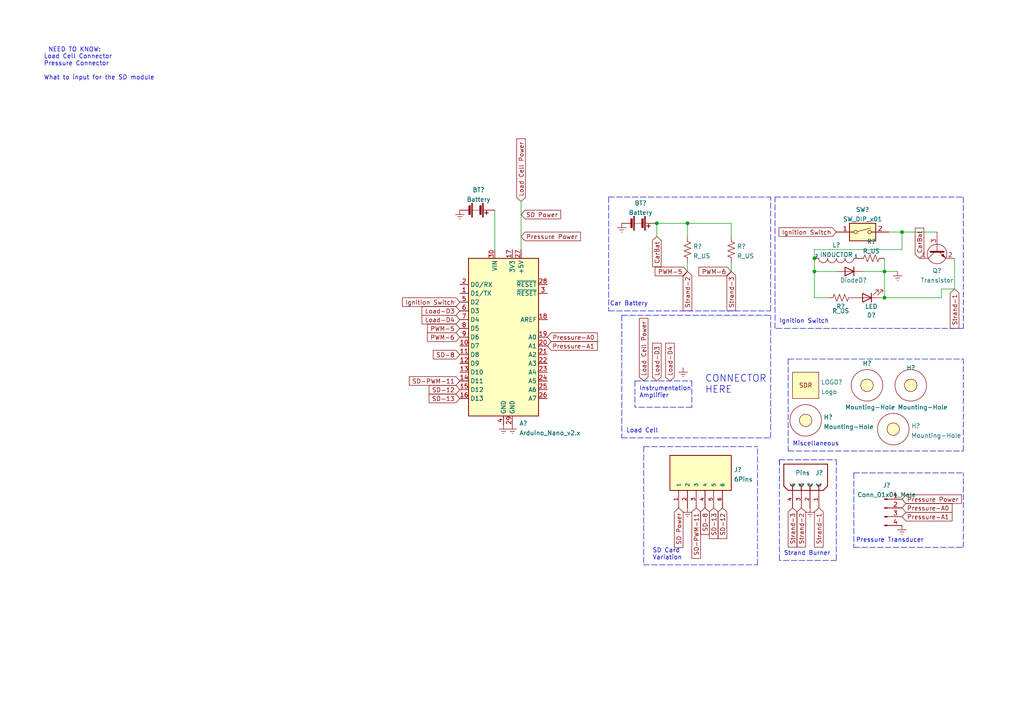
<source format=kicad_sch>
(kicad_sch (version 20211123) (generator eeschema)
  (paper "A4")
  (title_block (title "S0001-Burner-Strand-DAQ") (rev "1.0") (company "Sun Devil Rocketry"))
  (lib_symbols
    (symbol "S0001-Strand-Burner-DAQ:6Pins" (pin_names (offset 1.016))
      (property "Reference" "J" (at -5.588 10.16 0))
      (property "Value" "6Pins" (at -5.08 -10.16 0))
      (symbol "6Pins_0_0"
        (rectangle (start -5.08 -7.62) (end 5.08 10.16) (stroke (width 0.254)) (fill (type background)))
        (pin passive line (at -10.16 7.62 0) (length 5.08) (name "1") (number "1"))
        (pin passive line (at -10.16 5.08 0) (length 5.08) (name "2") (number "2"))
        (pin passive line (at -10.16 2.54 0) (length 5.08) (name "3") (number "3"))
        (pin passive line (at -10.16 0 0) (length 5.08) (name "4") (number "4"))
        (pin passive line (at -10.16 -2.54 0) (length 5.08) (name "5") (number "5"))
        (pin passive line (at -10.16 -5.08 0) (length 5.08) (name "6") (number "6"))
      )
    )
    (symbol "S0001-Strand-Burner-DAQ:Arduino_Nano_v2.x"
      (property "Reference" "A" (at -10.16 23.495 0))
      (property "Value" "Arduino_Nano_v2.x" (at 5.08 -24.13 0))
      (symbol "Arduino_Nano_v2.x_0_1"
        (rectangle (start -10.16 22.86) (end 10.16 -22.86) (stroke (width 0.254)) (fill (type background)))
      )
      (symbol "Arduino_Nano_v2.x_1_1"
        (pin bidirectional line (at -12.7 12.7 0) (length 2.54) (name "D1/TX") (number "1"))
        (pin bidirectional line (at -12.7 -2.54 0) (length 2.54) (name "D7") (number "10"))
        (pin bidirectional line (at -12.7 -5.08 0) (length 2.54) (name "D8") (number "11"))
        (pin bidirectional line (at -12.7 -7.62 0) (length 2.54) (name "D9") (number "12"))
        (pin bidirectional line (at -12.7 -10.16 0) (length 2.54) (name "D10") (number "13"))
        (pin bidirectional line (at -12.7 -12.7 0) (length 2.54) (name "D11") (number "14"))
        (pin bidirectional line (at -12.7 -15.24 0) (length 2.54) (name "D12") (number "15"))
        (pin bidirectional line (at -12.7 -17.78 0) (length 2.54) (name "D13") (number "16"))
        (pin power_out line (at 2.54 25.4 270) (length 2.54) (name "3V3") (number "17"))
        (pin input line (at 12.7 5.08 180) (length 2.54) (name "AREF") (number "18"))
        (pin bidirectional line (at 12.7 0 180) (length 2.54) (name "A0") (number "19"))
        (pin bidirectional line (at -12.7 15.24 0) (length 2.54) (name "D0/RX") (number "2"))
        (pin bidirectional line (at 12.7 -2.54 180) (length 2.54) (name "A1") (number "20"))
        (pin bidirectional line (at 12.7 -5.08 180) (length 2.54) (name "A2") (number "21"))
        (pin bidirectional line (at 12.7 -7.62 180) (length 2.54) (name "A3") (number "22"))
        (pin bidirectional line (at 12.7 -10.16 180) (length 2.54) (name "A4") (number "23"))
        (pin bidirectional line (at 12.7 -12.7 180) (length 2.54) (name "A5") (number "24"))
        (pin bidirectional line (at 12.7 -15.24 180) (length 2.54) (name "A6") (number "25"))
        (pin bidirectional line (at 12.7 -17.78 180) (length 2.54) (name "A7") (number "26"))
        (pin power_out line (at 5.08 25.4 270) (length 2.54) (name "+5V") (number "27"))
        (pin input line (at 12.7 15.24 180) (length 2.54) (name "~{RESET}") (number "28"))
        (pin power_in line (at 2.54 -25.4 90) (length 2.54) (name "GND") (number "29"))
        (pin input line (at 12.7 12.7 180) (length 2.54) (name "~{RESET}") (number "3"))
        (pin power_in line (at -2.54 25.4 270) (length 2.54) (name "VIN") (number "30"))
        (pin power_in line (at 0 -25.4 90) (length 2.54) (name "GND") (number "4"))
        (pin bidirectional line (at -12.7 10.16 0) (length 2.54) (name "D2") (number "5"))
        (pin bidirectional line (at -12.7 7.62 0) (length 2.54) (name "D3") (number "6"))
        (pin bidirectional line (at -12.7 5.08 0) (length 2.54) (name "D4") (number "7"))
        (pin bidirectional line (at -12.7 2.54 0) (length 2.54) (name "D5") (number "8"))
        (pin bidirectional line (at -12.7 0 0) (length 2.54) (name "D6") (number "9"))
      )
    )
    (symbol "S0001-Strand-Burner-DAQ:Battery" (pin_numbers hide) (pin_names (offset 0) hide)
      (property "Reference" "BT" (at 2.54 2.54 0))
      (property "Value" "Battery" (at 2.54 0 0))
      (symbol "Battery_0_1"
        (rectangle (start -2.032 -1.397) (end 2.032 -1.651) (fill (type outline)))
        (rectangle (start -2.032 1.778) (end 2.032 1.524) (fill (type outline)))
        (rectangle (start -1.3208 -1.9812) (end 1.27 -2.4892) (fill (type outline)))
        (rectangle (start -1.3208 1.1938) (end 1.27 0.6858) (fill (type outline)))
        (polyline (pts (xy 0 -1.524) (xy 0 -1.27)))
        (polyline (pts (xy 0 -1.016) (xy 0 -0.762)))
        (polyline (pts (xy 0 -0.508) (xy 0 -0.254)))
        (polyline (pts (xy 0 0) (xy 0 0.254)))
        (polyline (pts (xy 0 0.508) (xy 0 0.762)))
        (polyline (pts (xy 0 1.778) (xy 0 2.54)))
        (polyline (pts (xy 0.254 2.667) (xy 1.27 2.667)) (stroke (width 0.254)))
        (polyline (pts (xy 0.762 3.175) (xy 0.762 2.159)) (stroke (width 0.254)))
      )
      (symbol "Battery_1_1"
        (pin passive line (at 0 5.08 270) (length 2.54) (name "+") (number "1"))
        (pin passive line (at 0 -5.08 90) (length 2.54) (name "-") (number "2"))
      )
    )
    (symbol "S0001-Strand-Burner-DAQ:Conn_01x04_Male" (pin_names (offset 1.016) hide)
      (property "Reference" "J" (at 0 5.08 0))
      (property "Value" "Conn_01x04_Male" (at 0 -7.62 0))
      (symbol "Conn_01x04_Male_1_1"
        (polyline (pts (xy 1.27 -5.08) (xy 0.8636 -5.08)) (stroke (width 0.1524)))
        (polyline (pts (xy 1.27 -2.54) (xy 0.8636 -2.54)) (stroke (width 0.1524)))
        (polyline (pts (xy 1.27 0) (xy 0.8636 0)) (stroke (width 0.1524)))
        (polyline (pts (xy 1.27 2.54) (xy 0.8636 2.54)) (stroke (width 0.1524)))
        (rectangle (start 0.8636 -4.953) (end 0 -5.207) (stroke (width 0.1524)) (fill (type outline)))
        (rectangle (start 0.8636 -2.413) (end 0 -2.667) (stroke (width 0.1524)) (fill (type outline)))
        (rectangle (start 0.8636 0.127) (end 0 -0.127) (stroke (width 0.1524)) (fill (type outline)))
        (rectangle (start 0.8636 2.667) (end 0 2.413) (stroke (width 0.1524)) (fill (type outline)))
        (pin passive line (at 5.08 2.54 180) (length 3.81) (name "Pin_1") (number "1"))
        (pin passive line (at 5.08 0 180) (length 3.81) (name "Pin_2") (number "2"))
        (pin passive line (at 5.08 -2.54 180) (length 3.81) (name "Pin_3") (number "3"))
        (pin passive line (at 5.08 -5.08 180) (length 3.81) (name "Pin_4") (number "4"))
      )
    )
    (symbol "S0001-Strand-Burner-DAQ:Diode" (pin_numbers hide) (pin_names (offset 1.016) hide)
      (property "Reference" "D" (at 0 2.54 0))
      (property "Value" "Diode" (at 0 -2.54 0))
      (symbol "Diode_0_1"
        (polyline (pts (xy -1.27 1.27) (xy -1.27 -1.27)) (stroke (width 0.254)))
        (polyline (pts (xy 1.27 0) (xy -1.27 0)))
        (polyline (pts (xy 1.27 1.27) (xy 1.27 -1.27) (xy -1.27 0) (xy 1.27 1.27)) (stroke (width 0.254)))
      )
      (symbol "Diode_1_1"
        (pin passive line (at -3.81 0 0) (length 2.54) (name "K") (number "1"))
        (pin passive line (at 3.81 0 180) (length 2.54) (name "A") (number "2"))
      )
    )
    (symbol "S0001-Strand-Burner-DAQ:Earth" (power) (pin_names (offset 0))
      (symbol "Earth_0_1"
        (polyline (pts (xy -0.635 -1.905) (xy 0.635 -1.905)))
        (polyline (pts (xy -0.127 -2.54) (xy 0.127 -2.54)))
        (polyline (pts (xy 0 -1.27) (xy 0 0)))
        (polyline (pts (xy 1.27 -1.27) (xy -1.27 -1.27)))
      )
      (symbol "Earth_1_1"
        (pin power_in line (at 0 0 270) (length 0) hide (name "Earth") (number "1"))
      )
    )
    (symbol "S0001-Strand-Burner-DAQ:INDUCTOR" (pin_numbers hide) (pin_names (offset 0))
      (property "Reference" "L" (at 0 2.54 0))
      (property "Value" "INDUCTOR" (at 0 -1.27 0))
      (symbol "INDUCTOR_0_1"
        (arc (start -2.54 0) (mid -3.81 1.27) (end -5.08 0))
        (arc (start 0 0) (mid -1.27 1.27) (end -2.54 0))
        (arc (start 2.54 0) (mid 1.27 1.27) (end 0 0))
        (arc (start 5.08 0) (mid 3.81 1.27) (end 2.54 0))
      )
      (symbol "INDUCTOR_1_1"
        (pin input line (at -6.35 0 0) (length 1.27) (name "1") (number "1"))
        (pin input line (at 6.35 0 180) (length 1.27) (name "2") (number "2"))
      )
    )
    (symbol "S0001-Strand-Burner-DAQ:LED" (pin_numbers hide) (pin_names (offset 1.016) hide)
      (property "Reference" "D" (at 0 2.54 0))
      (property "Value" "LED" (at 0 -2.54 0))
      (symbol "LED_0_1"
        (polyline (pts (xy -1.27 -1.27) (xy -1.27 1.27)) (stroke (width 0.254)))
        (polyline (pts (xy -1.27 0) (xy 1.27 0)))
        (polyline (pts (xy 1.27 -1.27) (xy 1.27 1.27) (xy -1.27 0) (xy 1.27 -1.27)) (stroke (width 0.254)))
        (polyline (pts (xy -3.048 -0.762) (xy -4.572 -2.286) (xy -3.81 -2.286) (xy -4.572 -2.286) (xy -4.572 -1.524)))
        (polyline (pts (xy -1.778 -0.762) (xy -3.302 -2.286) (xy -2.54 -2.286) (xy -3.302 -2.286) (xy -3.302 -1.524)))
      )
      (symbol "LED_1_1"
        (pin passive line (at -3.81 0 0) (length 2.54) (name "K") (number "1"))
        (pin passive line (at 3.81 0 180) (length 2.54) (name "A") (number "2"))
      )
    )
    (symbol "S0001-Strand-Burner-DAQ:Logo" (pin_names (offset 1.016))
      (property "Reference" "LOGO" (at 0 5.08 0))
      (property "Value" "Logo" (at 0 -5.08 0))
      (symbol "Logo_0_0"
        (text "SDR" (at 0 0 0) (effects (font (size 1.27 1.27))))
      )
      (symbol "Logo_0_1"
        (rectangle (start -3.81 3.81) (end 3.81 -3.81) (fill (type background)))
      )
    )
    (symbol "S0001-Strand-Burner-DAQ:Mounting-Hole" (pin_names (offset 1.016))
      (property "Reference" "H" (at 0 6.35 0))
      (property "Value" "Mounting-Hole" (at 0 -5.08 0))
      (symbol "Mounting-Hole_0_1"
        (circle (center 0 0) (radius 1.8034) (fill (type background)))
        (circle (center 0 0) (radius 4.572))
      )
    )
    (symbol "S0001-Strand-Burner-DAQ:Pins" (pin_names (offset 1.016))
      (property "Reference" "J" (at -7.62 6.35 0))
      (property "Value" "Pins" (at -7.62 -10.16 0))
      (symbol "Pins_0_0"
        (arc (start -1.905 -5.715) (mid -1.27 -5.08) (end -1.905 -4.445) (stroke (width 0.254)))
        (arc (start -1.905 -3.175) (mid -1.27 -2.54) (end -1.905 -1.905) (stroke (width 0.254)))
        (arc (start -1.905 -0.635) (mid -1.27 0) (end -1.905 0.635) (stroke (width 0.254)))
        (arc (start -1.905 1.905) (mid -1.27 2.54) (end -1.905 3.175) (stroke (width 0.254)))
        (polyline (pts (xy -7.62 -7.62) (xy -7.62 5.08)) (stroke (width 0.254)))
        (polyline (pts (xy -7.62 5.08) (xy -1.27 5.08)) (stroke (width 0.254)))
        (polyline (pts (xy -1.27 -7.62) (xy -7.62 -7.62)) (stroke (width 0.254)))
        (polyline (pts (xy 0 -6.35) (xy -1.27 -7.62)) (stroke (width 0.254)))
        (polyline (pts (xy 0 -5.08) (xy -1.27 -5.08)) (stroke (width 0.254)))
        (polyline (pts (xy 0 -2.54) (xy -1.27 -2.54)) (stroke (width 0.254)))
        (polyline (pts (xy 0 0) (xy -1.27 0)) (stroke (width 0.254)))
        (polyline (pts (xy 0 2.54) (xy -1.27 2.54)) (stroke (width 0.254)))
        (polyline (pts (xy 0 2.54) (xy 0 -6.35)) (stroke (width 0.254)))
        (polyline (pts (xy 0 3.81) (xy -1.27 5.08)) (stroke (width 0.254)))
        (polyline (pts (xy 0 3.81) (xy 0 2.54)) (stroke (width 0.254)))
        (pin passive line (at 5.08 2.54 180) (length 5.08) (name "1") (number "1"))
        (pin passive line (at 5.08 0 180) (length 5.08) (name "2") (number "2"))
        (pin passive line (at 5.08 -2.54 180) (length 5.08) (name "3") (number "3"))
        (pin passive line (at 5.08 -5.08 180) (length 5.08) (name "4") (number "4"))
      )
    )
    (symbol "S0001-Strand-Burner-DAQ:R_US" (pin_numbers hide) (pin_names (offset 0))
      (property "Reference" "R" (at 2.54 0 90))
      (property "Value" "R_US" (at -2.54 0 90))
      (symbol "R_US_0_1"
        (polyline (pts (xy 0 -2.286) (xy 0 -2.54)))
        (polyline (pts (xy 0 2.286) (xy 0 2.54)))
        (polyline (pts (xy 0 -0.762) (xy 1.016 -1.143) (xy 0 -1.524) (xy -1.016 -1.905) (xy 0 -2.286)))
        (polyline (pts (xy 0 0.762) (xy 1.016 0.381) (xy 0 0) (xy -1.016 -0.381) (xy 0 -0.762)))
        (polyline (pts (xy 0 2.286) (xy 1.016 1.905) (xy 0 1.524) (xy -1.016 1.143) (xy 0 0.762)))
      )
      (symbol "R_US_1_1"
        (pin passive line (at 0 3.81 270) (length 1.27) (name "~") (number "1"))
        (pin passive line (at 0 -3.81 90) (length 1.27) (name "~") (number "2"))
      )
    )
    (symbol "S0001-Strand-Burner-DAQ:SW_DIP_x01" (pin_names (offset 0) hide)
      (property "Reference" "SW" (at 0 3.81 0))
      (property "Value" "SW_DIP_x01" (at 0 -3.81 0))
      (symbol "SW_DIP_x01_0_0"
        (circle (center -2.032 0) (radius 0.508))
        (polyline (pts (xy -1.524 0.127) (xy 2.3622 1.1684)))
        (circle (center 2.032 0) (radius 0.508))
      )
      (symbol "SW_DIP_x01_0_1"
        (rectangle (start -3.81 2.54) (end 3.81 -2.54) (stroke (width 0.254)) (fill (type background)))
      )
      (symbol "SW_DIP_x01_1_1"
        (pin passive line (at -7.62 0 0) (length 5.08) (name "~") (number "1"))
        (pin passive line (at 7.62 0 180) (length 5.08) (name "~") (number "2"))
      )
    )
    (symbol "S0001-Strand-Burner-DAQ:Transistor" (pin_names (offset 0) hide)
      (property "Reference" "Q" (at 7.62 -3.175 0))
      (property "Value" "Transistor" (at 6.35 -6.35 0))
      (symbol "Transistor_0_0"
        (circle (center 1.27 0) (radius 2.8448))
      )
      (symbol "Transistor_0_1"
        (polyline (pts (xy 0 0) (xy 0.508 0)))
        (polyline (pts (xy 0.635 0.635) (xy 2.54 2.54)))
        (polyline (pts (xy 0.635 -0.635) (xy 2.54 -2.54) (xy 2.54 -2.54)))
        (polyline (pts (xy 0.635 1.905) (xy 0.635 -1.905) (xy 0.635 -1.905)) (stroke (width 0.508)))
        (polyline (pts (xy 1.778 1.27) (xy 1.27 1.778) (xy 2.286 2.286) (xy 1.778 1.27) (xy 1.778 1.27)) (fill (type outline)))
      )
      (symbol "Transistor_1_1"
        (pin passive line (at 2.54 -5.08 90) (length 2.54) (name "E") (number "1"))
        (pin passive line (at 2.54 5.08 270) (length 2.54) (name "C") (number "2"))
        (pin input line (at -5.08 0 0) (length 5.08) (name "B") (number "3"))
      )
    )
    (symbol "power:Earth" (power) (pin_names (offset 0))
      (symbol "Earth_0_1"
        (polyline (pts (xy -0.635 -1.905) (xy 0.635 -1.905)))
        (polyline (pts (xy -0.127 -2.54) (xy 0.127 -2.54)))
        (polyline (pts (xy 0 -1.27) (xy 0 0)))
        (polyline (pts (xy 1.27 -1.27) (xy -1.27 -1.27)))
      )
      (symbol "Earth_1_1"
        (pin power_in line (at 0 0 270) (length 0) hide (name "Earth") (number "1"))
      )
    )
  )
  (junction (at 256.54 78.74))
  (junction (at 261.62 67.31))
  (junction (at 190.5 64.77))
  (junction (at 236.22 78.74))
  (junction (at 236.22 74.93))
  (junction (at 256.54 86.36))
  (junction (at 199.39 64.77))
  (wire (pts (xy 256.54 78.74) (xy 260.35 78.74)))
  (wire (pts (xy 190.5 64.77) (xy 190.5 68.58)))
  (polyline (pts (xy 186.69 129.54) (xy 186.69 163.83)))
  (polyline (pts (xy 228.6 104.14) (xy 279.4 104.14)))
  (polyline (pts (xy 176.53 90.17) (xy 223.52 90.17)))
  (polyline (pts (xy 279.4 95.25) (xy 224.79 95.25)))
  (wire (pts (xy 256.54 78.74) (xy 256.54 86.36)))
  (polyline (pts (xy 186.69 129.54) (xy 219.71 129.54)))
  (wire (pts (xy 236.22 78.74) (xy 236.22 86.36)))
  (polyline (pts (xy 247.65 137.16) (xy 247.65 158.75)))
  (polyline (pts (xy 242.57 133.35) (xy 242.57 162.56)))
  (polyline (pts (xy 224.79 57.15) (xy 279.4 57.15)))
  (polyline (pts (xy 223.52 90.17) (xy 223.52 57.15)))
  (polyline (pts (xy 200.66 110.49) (xy 200.66 118.11)))
  (wire (pts (xy 212.09 64.77) (xy 212.09 68.58)))
  (polyline (pts (xy 180.34 91.44) (xy 223.52 91.44)))
  (wire (pts (xy 199.39 64.77) (xy 212.09 64.77)))
  (polyline (pts (xy 279.4 130.81) (xy 279.4 104.14)))
  (wire (pts (xy 256.54 86.36) (xy 273.05 86.36)))
  (polyline (pts (xy 279.4 158.75) (xy 279.4 137.16)))
  (wire (pts (xy 273.05 83.82) (xy 276.86 83.82)))
  (wire (pts (xy 276.86 83.82) (xy 276.86 74.93)))
  (wire (pts (xy 236.22 74.93) (xy 236.22 78.74)))
  (polyline (pts (xy 226.06 133.35) (xy 242.57 133.35)))
  (wire (pts (xy 256.54 86.36) (xy 255.27 86.36)))
  (wire (pts (xy 190.5 64.77) (xy 199.39 64.77)))
  (polyline (pts (xy 184.15 110.49) (xy 184.15 118.11)))
  (polyline (pts (xy 176.53 57.15) (xy 223.52 57.15)))
  (wire (pts (xy 236.22 86.36) (xy 240.03 86.36)))
  (polyline (pts (xy 186.69 163.83) (xy 219.71 163.83)))
  (wire (pts (xy 212.09 78.74) (xy 212.09 76.2)))
  (polyline (pts (xy 219.71 163.83) (xy 219.71 129.54)))
  (polyline (pts (xy 242.57 162.56) (xy 226.06 162.56)))
  (polyline (pts (xy 200.66 118.11) (xy 184.15 118.11)))
  (wire (pts (xy 257.81 67.31) (xy 261.62 67.31)))
  (wire (pts (xy 261.62 67.31) (xy 271.78 67.31)))
  (polyline (pts (xy 180.34 91.44) (xy 180.34 127)))
  (polyline (pts (xy 279.4 57.15) (xy 279.4 95.25)))
  (wire (pts (xy 261.62 72.39) (xy 236.22 72.39)))
  (wire (pts (xy 199.39 78.74) (xy 199.39 76.2)))
  (wire (pts (xy 143.51 60.96) (xy 143.51 72.39)))
  (polyline (pts (xy 184.15 110.49) (xy 200.66 110.49)))
  (wire (pts (xy 256.54 78.74) (xy 256.54 74.93)))
  (polyline (pts (xy 228.6 104.14) (xy 228.6 130.81)))
  (polyline (pts (xy 228.6 130.81) (xy 279.4 130.81)))
  (wire (pts (xy 273.05 86.36) (xy 273.05 83.82)))
  (wire (pts (xy 236.22 78.74) (xy 242.57 78.74)))
  (wire (pts (xy 261.62 67.31) (xy 261.62 72.39)))
  (polyline (pts (xy 247.65 158.75) (xy 279.4 158.75)))
  (polyline (pts (xy 226.06 133.35) (xy 226.06 134.62)))
  (wire (pts (xy 236.22 72.39) (xy 236.22 74.93)))
  (polyline (pts (xy 180.34 127) (xy 223.52 127)))
  (wire (pts (xy 199.39 64.77) (xy 199.39 68.58)))
  (wire (pts (xy 250.19 78.74) (xy 256.54 78.74)))
  (polyline (pts (xy 224.79 95.25) (xy 224.79 57.15)))
  (wire (pts (xy 151.13 58.42) (xy 151.13 72.39)))
  (polyline (pts (xy 223.52 127) (xy 223.52 91.44)))
  (polyline (pts (xy 247.65 137.16) (xy 279.4 137.16)))
  (polyline (pts (xy 176.53 57.15) (xy 176.53 90.17)))
  (polyline (pts (xy 226.06 133.35) (xy 226.06 162.56)))
  (text "Pressure Transducer" (at 267.97 157.48 180) (effects (font (size 1.27 1.27)) (justify right bottom)))
  (text "Ignition Switch" (at 226.06 93.98 0) (effects (font (size 1.27 1.27)) (justify left bottom)))
  (text "Instrumentation\nAmplifier" (at 185.42 115.57 0) (effects (font (size 1.27 1.27)) (justify left bottom)))
  (text "Load Cell Connector\nPressure Connector\n\nWhat to input for the SD module\n\n" (at 12.7 25.4 0) (effects (font (size 1.27 1.27)) (justify left bottom)))
  (text "NEED TO KNOW:" (at 13.97 15.24 0) (effects (font (size 1.27 1.27)) (justify left bottom)))
  (text "Strand Burner" (at 227.33 161.29 0) (effects (font (size 1.27 1.27)) (justify left bottom)))
  (text "Miscellaneous" (at 229.87 129.54 0) (effects (font (size 1.27 1.27)) (justify left bottom)))
  (text "SD Card\nVariation" (at 189.23 162.56 0) (effects (font (size 1.27 1.27)) (justify left bottom)))
  (text "CONNECTOR\nHERE" (at 204.47 114.3 0) (effects (font (size 2 2)) (justify left bottom)))
  (text "Car Battery" (at 187.96 88.9 180) (effects (font (size 1.27 1.27)) (justify right bottom)))
  (text "Load Cell" (at 181.61 125.73 0) (effects (font (size 1.27 1.27)) (justify left bottom)))
  (global_label "SD-12" (shape input) (at 133.35 113.03 180) (property "Intersheet References" "${INTERSHEET_REFS}" (effects hide)))
  (global_label "SD-13" (shape input) (at 133.35 115.57 180) (property "Intersheet References" "${INTERSHEET_REFS}" (effects hide)))
  (global_label "Pressure-A0" (shape input) (at 158.75 97.79 0) (property "Intersheet References" "${INTERSHEET_REFS}" (effects hide)))
  (global_label "SD Power" (shape input) (at 151.13 62.23 0) (property "Intersheet References" "${INTERSHEET_REFS}" (effects hide)))
  (global_label "SD-12" (shape input) (at 209.55 147.32 270) (property "Intersheet References" "${INTERSHEET_REFS}" (effects hide)))
  (global_label "Pressure-A1" (shape input) (at 261.62 149.86 0) (property "Intersheet References" "${INTERSHEET_REFS}" (effects hide)))
  (global_label "SD-13" (shape input) (at 207.01 147.32 270) (property "Intersheet References" "${INTERSHEET_REFS}" (effects hide)))
  (global_label "Ignition Switch" (shape input) (at 133.35 87.63 180) (property "Intersheet References" "${INTERSHEET_REFS}" (effects hide)))
  (global_label "Strand-1" (shape input) (at 237.49 147.32 270) (property "Intersheet References" "${INTERSHEET_REFS}" (effects hide)))
  (global_label "Pressure-A0" (shape input) (at 261.62 147.32 0) (property "Intersheet References" "${INTERSHEET_REFS}" (effects hide)))
  (global_label "CarBat" (shape input) (at 190.5 68.58 270) (property "Intersheet References" "${INTERSHEET_REFS}" (effects hide)))
  (global_label "SD-PWM-11" (shape input) (at 133.35 110.49 180) (property "Intersheet References" "${INTERSHEET_REFS}" (effects hide)))
  (global_label "Load Cell Power" (shape input) (at 151.13 58.42 90) (property "Intersheet References" "${INTERSHEET_REFS}" (effects hide)))
  (global_label "SD Power" (shape input) (at 196.85 147.32 270) (property "Intersheet References" "${INTERSHEET_REFS}" (effects hide)))
  (global_label "Strand-2" (shape input) (at 232.41 147.32 270) (property "Intersheet References" "${INTERSHEET_REFS}" (effects hide)))
  (global_label "PWM-5" (shape input) (at 133.35 95.25 180) (property "Intersheet References" "${INTERSHEET_REFS}" (effects hide)))
  (global_label "Pressure-A1" (shape input) (at 158.75 100.33 0) (property "Intersheet References" "${INTERSHEET_REFS}" (effects hide)))
  (global_label "CarBat" (shape input) (at 266.7 74.93 90) (property "Intersheet References" "${INTERSHEET_REFS}" (effects hide)))
  (global_label "Load-D3" (shape input) (at 133.35 90.17 180) (property "Intersheet References" "${INTERSHEET_REFS}" (effects hide)))
  (global_label "SD-8" (shape input) (at 133.35 102.87 180) (property "Intersheet References" "${INTERSHEET_REFS}" (effects hide)))
  (global_label "Pressure Power" (shape input) (at 151.13 68.58 0) (property "Intersheet References" "${INTERSHEET_REFS}" (effects hide)))
  (global_label "Pressure Power" (shape input) (at 261.62 144.78 0) (property "Intersheet References" "${INTERSHEET_REFS}" (effects hide)))
  (global_label "Strand-2" (shape input) (at 199.39 78.74 270) (property "Intersheet References" "${INTERSHEET_REFS}" (effects hide)))
  (global_label "Strand-3" (shape input) (at 212.09 78.74 270) (property "Intersheet References" "${INTERSHEET_REFS}" (effects hide)))
  (global_label "Load-D4" (shape input) (at 133.35 92.71 180) (property "Intersheet References" "${INTERSHEET_REFS}" (effects hide)))
  (global_label "Load-D3" (shape input) (at 190.5 110.49 90) (property "Intersheet References" "${INTERSHEET_REFS}" (effects hide)))
  (global_label "PWM-6" (shape input) (at 212.09 78.74 180) (property "Intersheet References" "${INTERSHEET_REFS}" (effects hide)))
  (global_label "Ignition Switch" (shape input) (at 242.57 67.31 180) (property "Intersheet References" "${INTERSHEET_REFS}" (effects hide)))
  (global_label "Strand-3" (shape input) (at 229.87 147.32 270) (property "Intersheet References" "${INTERSHEET_REFS}" (effects hide)))
  (global_label "PWM-5" (shape input) (at 199.39 78.74 180) (property "Intersheet References" "${INTERSHEET_REFS}" (effects hide)))
  (global_label "Load Cell Power" (shape input) (at 186.69 110.49 90) (property "Intersheet References" "${INTERSHEET_REFS}" (effects hide)))
  (global_label "Strand-1" (shape input) (at 276.86 83.82 270) (property "Intersheet References" "${INTERSHEET_REFS}" (effects hide)))
  (global_label "SD-8" (shape input) (at 204.47 147.32 270) (property "Intersheet References" "${INTERSHEET_REFS}" (effects hide)))
  (global_label "Load-D4" (shape input) (at 194.31 110.49 90) (property "Intersheet References" "${INTERSHEET_REFS}" (effects hide)))
  (global_label "PWM-6" (shape input) (at 133.35 97.79 180) (property "Intersheet References" "${INTERSHEET_REFS}" (effects hide)))
  (global_label "SD-PWM-11" (shape input) (at 201.93 147.32 270) (property "Intersheet References" "${INTERSHEET_REFS}" (effects hide)))
  (symbol (lib_id "S0001-Strand-Burner-DAQ:R_US") (at 199.39 72.39 0) (unit 1)
    (property "Reference" "R?" (at 201.041 71.4815 0) (effects (justify left)))
    (property "Value" "R_US" (at 201.041 74.2566 0) (effects (justify left)))
  )
  (symbol (lib_id "S0001-Strand-Burner-DAQ:Conn_01x04_Male") (at 256.54 147.32 0) (unit 1)
    (property "Reference" "J?" (at 257.175 140.7373 0))
    (property "Value" "Conn_01x04_Male" (at 257.175 143.5124 0))
  )
  (symbol (lib_id "S0001-Strand-Burner-DAQ:Earth") (at 146.05 123.19 0) (unit 1)
    (property "Reference" "#PWR?" (effects hide))
    (property "Value" "Earth" (effects hide))
  )
  (symbol (lib_id "S0001-Strand-Burner-DAQ:Earth") (at 180.34 64.77 0) (unit 1)
    (property "Reference" "#PWR?" (effects hide))
    (property "Value" "Earth" (effects hide))
  )
  (symbol (lib_id "S0001-Strand-Burner-DAQ:Mounting-Hole") (at 259.08 124.46 0) (unit 1)
    (property "Reference" "H?" (at 264.287 123.5515 0) (effects (justify left)))
    (property "Value" "Mounting-Hole" (at 264.287 126.3266 0) (effects (justify left)))
  )
  (symbol (lib_id "S0001-Strand-Burner-DAQ:Pins") (at 234.95 142.24 270) (unit 1)
    (property "Reference" "J?" (at 238.76 137.16 90) (effects (justify right)))
    (property "Value" "Pins" (at 234.95 137.16 90) (effects (justify right)))
    (property "Footprint" "SULLINS_PPTC041LFBN-RC" (effects hide))
    (property "PARTREV" "J - 04/15/2015" (effects hide))
    (property "MAXIMUM_PACKAGE_HEIGHT" "8.5mm" (effects hide))
    (property "MANUFACTURER" "SULLINS" (effects hide))
    (property "STANDARD" "Manufacturer Recommendations" (effects hide))
  )
  (symbol (lib_id "power:Earth") (at 199.39 147.32 0) (unit 1)
    (property "Reference" "#PWR?" (effects hide))
    (property "Value" "Earth" (effects hide))
  )
  (symbol (lib_id "S0001-Strand-Burner-DAQ:Arduino_Nano_v2.x") (at 146.05 97.79 0) (unit 1)
    (property "Reference" "A?" (at 150.6094 122.7995 0) (effects (justify left)))
    (property "Value" "Arduino_Nano_v2.x" (at 150.6094 125.5746 0) (effects (justify left)))
    (property "Footprint" "Module:Arduino_Nano" (effects hide))
    (property "Datasheet" "https://www.arduino.cc/en/uploads/Main/ArduinoNanoManual23.pdf" (effects hide))
  )
  (symbol (lib_id "S0001-Strand-Burner-DAQ:INDUCTOR") (at 242.57 74.93 180) (unit 1)
    (property "Reference" "L?" (at 242.57 71.0905 0))
    (property "Value" "INDUCTOR" (at 242.57 73.8656 0))
  )
  (symbol (lib_id "S0001-Strand-Burner-DAQ:Mounting-Hole") (at 233.68 121.92 0) (unit 1)
    (property "Reference" "H?" (at 238.887 121.0115 0) (effects (justify left)))
    (property "Value" "Mounting-Hole" (at 238.887 123.7866 0) (effects (justify left)))
  )
  (symbol (lib_id "S0001-Strand-Burner-DAQ:Logo") (at 233.68 111.76 0) (unit 1)
    (property "Reference" "LOGO?" (at 238.125 110.8515 0) (effects (justify left)))
    (property "Value" "Logo" (at 238.125 113.6266 0) (effects (justify left)))
  )
  (symbol (lib_id "S0001-Strand-Burner-DAQ:R_US") (at 212.09 72.39 0) (unit 1)
    (property "Reference" "R?" (at 213.741 71.4815 0) (effects (justify left)))
    (property "Value" "R_US" (at 213.741 74.2566 0) (effects (justify left)))
  )
  (symbol (lib_id "S0001-Strand-Burner-DAQ:Earth") (at 261.62 152.4 0) (unit 1)
    (property "Reference" "#PWR?" (effects hide))
    (property "Value" "Earth" (effects hide))
  )
  (symbol (lib_id "S0001-Strand-Burner-DAQ:Mounting-Hole") (at 264.16 111.76 0) (unit 1)
    (property "Reference" "H?" (at 262.89 106.68 0) (effects (justify left)))
    (property "Value" "Mounting-Hole" (at 260.35 118.11 0) (effects (justify left)))
  )
  (symbol (lib_id "S0001-Strand-Burner-DAQ:Battery") (at 138.43 60.96 270) (unit 1)
    (property "Reference" "BT?" (at 138.811 55.0885 90))
    (property "Value" "Battery" (at 138.811 57.8636 90))
  )
  (symbol (lib_id "S0001-Strand-Burner-DAQ:Earth") (at 148.59 123.19 0) (unit 1)
    (property "Reference" "#PWR?" (effects hide))
    (property "Value" "Earth" (effects hide))
  )
  (symbol (lib_id "S0001-Strand-Burner-DAQ:Mounting-Hole") (at 251.46 111.76 0) (unit 1)
    (property "Reference" "H?" (at 250.19 105.41 0) (effects (justify left)))
    (property "Value" "Mounting-Hole" (at 245.11 118.11 0) (effects (justify left)))
  )
  (symbol (lib_id "S0001-Strand-Burner-DAQ:Transistor") (at 271.78 72.39 270) (unit 1)
    (property "Reference" "Q?" (at 271.78 78.5273 90))
    (property "Value" "Transistor" (at 271.78 81.3024 90))
    (property "Footprint" "Package_TO_SOT_THT:TO-92_Inline" (effects hide))
    (property "Datasheet" "https://media.digikey.com/pdf/Data%20Sheets/Toshiba%20PDFs/2SC1815.pdf" (effects hide))
  )
  (symbol (lib_id "S0001-Strand-Burner-DAQ:Earth") (at 234.95 147.32 0) (unit 1)
    (property "Reference" "#PWR?" (effects hide))
    (property "Value" "Earth" (effects hide))
  )
  (symbol (lib_id "S0001-Strand-Burner-DAQ:Battery") (at 185.42 64.77 270) (unit 1)
    (property "Reference" "BT?" (at 185.801 58.8985 90))
    (property "Value" "Battery" (at 185.801 61.6736 90))
  )
  (symbol (lib_id "S0001-Strand-Burner-DAQ:R_US") (at 243.84 86.36 90) (unit 1)
    (property "Reference" "R?" (at 243.84 88.9 90))
    (property "Value" "R_US" (at 243.84 90.17 90))
  )
  (symbol (lib_id "S0001-Strand-Burner-DAQ:SW_DIP_x01") (at 250.19 67.31 0) (unit 1)
    (property "Reference" "SW?" (at 250.19 60.8035 0))
    (property "Value" "SW_DIP_x01" (at 250.19 63.5786 0))
  )
  (symbol (lib_id "S0001-Strand-Burner-DAQ:Diode") (at 246.38 78.74 180) (unit 1)
    (property "Reference" "D?" (at 250.19 81.28 0))
    (property "Value" "Diode" (at 246.38 81.28 0))
    (property "Footprint" "Diode_SMD:D_SOD-523" (effects hide))
    (property "Datasheet" "https://www.diodes.com/assets/Datasheets/ds30396.pdf" (effects hide))
  )
  (symbol (lib_id "S0001-Strand-Burner-DAQ:Earth") (at 198.12 106.68 0) (unit 1)
    (property "Reference" "#PWR?" (effects hide))
    (property "Value" "Earth" (effects hide))
  )
  (symbol (lib_id "power:Earth") (at 260.35 78.74 0) (unit 1)
    (property "Reference" "#PWR?" (effects hide))
    (property "Value" "Earth" (effects hide))
  )
  (symbol (lib_id "S0001-Strand-Burner-DAQ:6Pins") (at 204.47 137.16 90) (unit 1)
    (property "Reference" "J?" (at 212.852 136.2515 90) (effects (justify right)))
    (property "Value" "6Pins" (at 212.852 139.0266 90) (effects (justify right)))
    (property "Footprint" "TE_215297-6" (effects hide))
    (property "Comment" "215297-6" (effects hide))
  )
  (symbol (lib_id "S0001-Strand-Burner-DAQ:LED") (at 251.46 86.36 180) (unit 1)
    (property "Reference" "D?" (at 252.73 91.44 0))
    (property "Value" "LED" (at 252.73 88.9 0))
  )
  (symbol (lib_id "S0001-Strand-Burner-DAQ:R_US") (at 252.73 74.93 90) (unit 1)
    (property "Reference" "R?" (at 252.73 70.0745 90))
    (property "Value" "R_US" (at 252.73 72.8496 90))
  )
  (symbol (lib_id "S0001-Strand-Burner-DAQ:Earth") (at 133.35 60.96 0) (unit 1)
    (property "Reference" "#PWR?" (effects hide))
    (property "Value" "Earth" (effects hide))
  )
)
</source>
